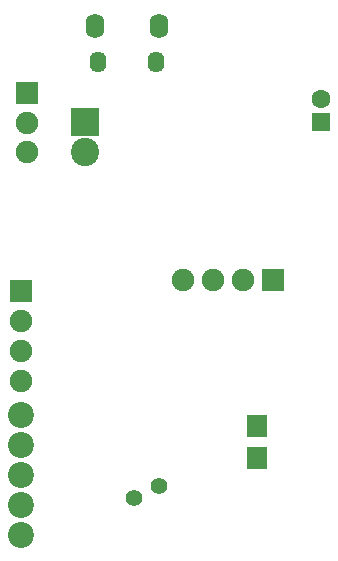
<source format=gbs>
G04*
G04 #@! TF.GenerationSoftware,Altium Limited,Altium Designer,20.2.7 (254)*
G04*
G04 Layer_Color=16711935*
%FSLAX44Y44*%
%MOMM*%
G71*
G04*
G04 #@! TF.SameCoordinates,376ED358-1AEA-4EEA-9480-C934229D8A07*
G04*
G04*
G04 #@! TF.FilePolarity,Negative*
G04*
G01*
G75*
%ADD22C,1.4000*%
%ADD33C,1.9000*%
%ADD34R,1.9000X1.9000*%
%ADD35C,2.4000*%
%ADD36R,2.4000X2.4000*%
%ADD37R,1.9000X1.9000*%
%ADD38C,2.2000*%
%ADD39O,1.6000X2.1000*%
%ADD40O,1.4000X1.8000*%
%ADD41C,1.6000*%
%ADD42R,1.6000X1.6000*%
%ADD74R,0.4000X0.4000*%
%ADD75R,0.4000X1.0500*%
%ADD76R,1.7075X1.9464*%
G36*
X2117606Y1269708D02*
X2114356Y1269708D01*
Y1282458D01*
X2105856Y1282458D01*
Y1269708D01*
X2102606Y1269708D01*
Y1286958D01*
X2117606D01*
Y1269708D01*
D02*
G37*
G36*
X2106025Y1314208D02*
Y1301458D01*
X2114525Y1301458D01*
Y1314208D01*
X2117775Y1314208D01*
Y1296958D01*
X2102775D01*
Y1314208D01*
X2106025Y1314208D01*
D02*
G37*
D22*
X2027356Y1254458D02*
D03*
X2006356Y1244458D02*
D03*
D33*
X1910734Y1343958D02*
D03*
Y1369358D02*
D03*
Y1394758D02*
D03*
X1916176Y1537358D02*
D03*
Y1562358D02*
D03*
X2048256Y1429258D02*
D03*
X2073656D02*
D03*
X2099056D02*
D03*
D34*
X1910734Y1420158D02*
D03*
X1916176Y1587358D02*
D03*
D35*
X1964525Y1537358D02*
D03*
D36*
Y1562758D02*
D03*
D37*
X2124456Y1429258D02*
D03*
D38*
X1910734Y1315258D02*
D03*
Y1289858D02*
D03*
Y1264458D02*
D03*
Y1239058D02*
D03*
Y1213658D02*
D03*
D39*
X1973231Y1644458D02*
D03*
X2027731D02*
D03*
D40*
X1976231Y1614158D02*
D03*
X2024731D02*
D03*
D41*
X2164315Y1582758D02*
D03*
D42*
Y1562758D02*
D03*
D74*
X2110106Y1284708D02*
D03*
X2110275Y1299208D02*
D03*
D75*
X2110106Y1274958D02*
D03*
X2110275Y1308958D02*
D03*
D76*
X2110088Y1278186D02*
D03*
X2110294Y1305730D02*
D03*
M02*

</source>
